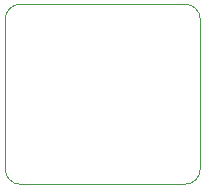
<source format=gbr>
G04 #@! TF.GenerationSoftware,KiCad,Pcbnew,(5.1.6)-1*
G04 #@! TF.CreationDate,2021-07-19T20:32:28-05:00*
G04 #@! TF.ProjectId,PotentiometerToServoWire,506f7465-6e74-4696-9f6d-65746572546f,rev?*
G04 #@! TF.SameCoordinates,Original*
G04 #@! TF.FileFunction,Profile,NP*
%FSLAX46Y46*%
G04 Gerber Fmt 4.6, Leading zero omitted, Abs format (unit mm)*
G04 Created by KiCad (PCBNEW (5.1.6)-1) date 2021-07-19 20:32:28*
%MOMM*%
%LPD*%
G01*
G04 APERTURE LIST*
G04 #@! TA.AperFunction,Profile*
%ADD10C,0.050000*%
G04 #@! TD*
G04 APERTURE END LIST*
D10*
X149860000Y-83820000D02*
G75*
G02*
X151130000Y-85090000I0J-1270000D01*
G01*
X151130000Y-97790000D02*
G75*
G02*
X149860000Y-99060000I-1270000J0D01*
G01*
X135890000Y-99060000D02*
G75*
G02*
X134620000Y-97790000I0J1270000D01*
G01*
X134620000Y-85090000D02*
G75*
G02*
X135890000Y-83820000I1270000J0D01*
G01*
X149860000Y-83820000D02*
X135890000Y-83820000D01*
X151130000Y-97790000D02*
X151130000Y-85090000D01*
X135890000Y-99060000D02*
X149860000Y-99060000D01*
X134620000Y-85090000D02*
X134620000Y-97790000D01*
M02*

</source>
